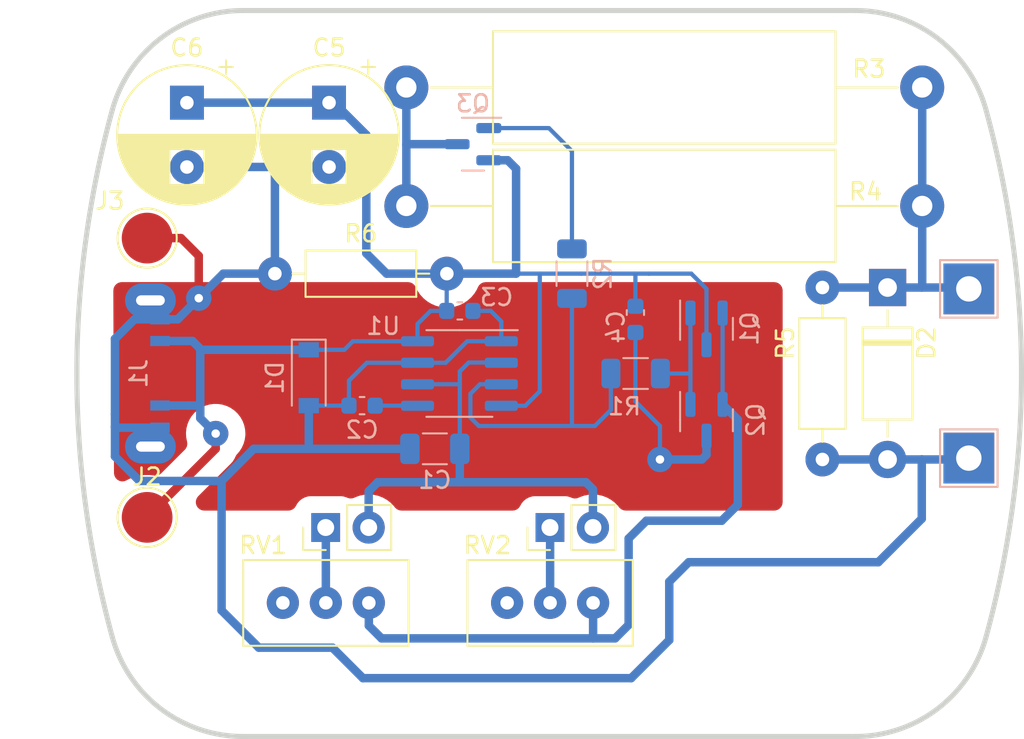
<source format=kicad_pcb>
(kicad_pcb (version 20211014) (generator pcbnew)
  (layers (0 "F.Cu" signal) (31 "B.Cu" signal) (34 "B.Paste" user) (35 "F.Paste" user) (36 "B.SilkS" user "B.Silkscreen") (37 "F.SilkS" user "F.Silkscreen") (38 "B.Mask" user) (39 "F.Mask" user) (44 "Edge.Cuts" user))
  (net 0 "")
  (net 1 "GND")
  (net 2 "Net-(C1-Pad2)")
  (net 3 "Net-(C2-Pad2)")
  (net 4 "+5V")
  (net 5 "Net-(D2-Pad1)")
  (net 6 "Net-(J6-Pad1)")
  (net 7 "Net-(J7-Pad1)")
  (net 8 "Net-(Q1-Pad1)")
  (net 9 "Net-(Q1-Pad2)")
  (net 10 "Net-(Q3-Pad1)")
  (net 11 "Net-(Q3-Pad3)")
  (net 12 "Net-(R1-Pad1)")
  (footprint "TestPoint:TestPoint_Pad_D3.0mm" (layer "F.Cu") (at 66.45 112.4)
    (fp_text reference "J2" (at 0 -2.398) (layer "F.SilkS"))
    (fp_text value "VCC")
    (pad "1" smd circle (at 0 0) (size 3 3) (layers "F.Cu" "F.Mask") (net 4 "+5V"))
  )
  (footprint "Potentiometer_THT:Potentiometer_Bourns_3296W_Vertical" (layer "F.Cu") (at 79.55 117.45)
    (fp_text reference "RV1" (at -6.25 -3.4) (layer "F.SilkS"))
    (fp_text value "2M")
    (pad "1" thru_hole circle (at 0 0) (size 1.9 1.9) (drill 0.8) (layers *.Cu *.Mask) (net 9 "Net-(Q1-Pad2)"))
    (pad "2" thru_hole circle (at -2.54 0) (size 1.9 1.9) (drill 0.8) (layers *.Cu *.Mask) (net 6 "Net-(J6-Pad1)"))
    (pad "3" thru_hole circle (at -5.08 0) (size 1.9 1.9) (drill 0.8) (layers *.Cu *.Mask))
  )
  (footprint "Resistor_THT:R_Axial_DIN0207_L6.3mm_D2.5mm_P10.16mm_Horizontal" (layer "F.Cu") (at 106.35 108.98 90)
    (fp_text reference "R5" (at 6.88 -2.2 90) (layer "F.SilkS"))
    (fp_text value "5k")
    (pad "1" thru_hole circle locked (at 0 0 90) (size 2 2) (drill 0.8) (layers *.Cu *.Mask) (net 1 "GND"))
    (pad "2" thru_hole circle locked (at 10.16 0 90) (size 2 2) (drill 0.8) (layers *.Cu *.Mask) (net 5 "Net-(D2-Pad1)"))
  )
  (footprint "Potentiometer_THT:Potentiometer_Bourns_3296W_Vertical" (layer "F.Cu") (at 92.8 117.45)
    (fp_text reference "RV2" (at -6.25 -3.4) (layer "F.SilkS"))
    (fp_text value "50k")
    (pad "1" thru_hole circle (at 0 0) (size 1.9 1.9) (drill 0.8) (layers *.Cu *.Mask) (net 9 "Net-(Q1-Pad2)"))
    (pad "2" thru_hole circle (at -2.54 0) (size 1.9 1.9) (drill 0.8) (layers *.Cu *.Mask) (net 7 "Net-(J7-Pad1)"))
    (pad "3" thru_hole circle (at -5.08 0) (size 1.9 1.9) (drill 0.8) (layers *.Cu *.Mask))
  )
  (footprint "TestPoint:TestPoint_Pad_D3.0mm" (layer "F.Cu") (at 66.45 95.9)
    (fp_text reference "J3" (at -2.2 -2.2) (layer "F.SilkS"))
    (fp_text value "GND")
    (pad "1" smd circle (at 0 0) (size 3 3) (layers "F.Cu" "F.Mask") (net 1 "GND"))
  )
  (footprint "Resistor_THT:R_Axial_Power_L20.0mm_W6.4mm_P30.48mm" (layer "F.Cu") (at 112.245 94 180)
    (fp_text reference "R4" (at 3.345 0.85) (layer "F.SilkS"))
    (fp_text value "5.1Ohm; 3W")
    (pad "1" thru_hole circle locked (at 0 0 180) (size 2.6 2.6) (drill 1.2) (layers *.Cu *.Mask) (net 5 "Net-(D2-Pad1)"))
    (pad "2" thru_hole circle locked (at 30.48 0 180) (size 2.6 2.6) (drill 1.2) (layers *.Cu *.Mask) (net 11 "Net-(Q3-Pad3)"))
  )
  (footprint "Resistor_THT:R_Axial_Power_L20.0mm_W6.4mm_P30.48mm" (layer "F.Cu") (at 112.245 87 180)
    (fp_text reference "R3" (at 3.145 1.1) (layer "F.SilkS"))
    (fp_text value "5.1Ohm; 3W")
    (pad "1" thru_hole circle locked (at 0 0 180) (size 2.6 2.6) (drill 1.2) (layers *.Cu *.Mask) (net 5 "Net-(D2-Pad1)"))
    (pad "2" thru_hole circle locked (at 30.48 0 180) (size 2.6 2.6) (drill 1.2) (layers *.Cu *.Mask) (net 11 "Net-(Q3-Pad3)"))
  )
  (footprint "Capacitor_THT:CP_Radial_D8.0mm_P3.80mm" (layer "F.Cu") (at 68.8 87.9 -90)
    (fp_text reference "C6" (at -3.25 0 180) (layer "F.SilkS"))
    (fp_text value "220u")
    (pad "1" thru_hole rect locked (at 0 0 270) (size 2 2) (drill 0.8) (layers *.Cu *.Mask) (net 4 "+5V"))
    (pad "2" thru_hole circle locked (at 3.8 0 270) (size 2 2) (drill 0.8) (layers *.Cu *.Mask) (net 1 "GND"))
  )
  (footprint "Resistor_THT:R_Axial_DIN0207_L6.3mm_D2.5mm_P10.16mm_Horizontal" (layer "F.Cu") (at 74 98)
    (fp_text reference "R6" (at 5.08 -2.37) (layer "F.SilkS"))
    (fp_text value "5k")
    (pad "1" thru_hole circle locked (at 0 0) (size 2 2) (drill 0.8) (layers *.Cu *.Mask) (net 1 "GND"))
    (pad "2" thru_hole circle locked (at 10.16 0) (size 2 2) (drill 0.8) (layers *.Cu *.Mask) (net 4 "+5V"))
  )
  (footprint "Connector_PinHeader_2.54mm:PinHeader_1x02_P2.54mm_Vertical" (layer "F.Cu") (at 90.25 113 90)
    (fp_text reference "J7" hide)
    (fp_text value "50k_tp")
    (pad "1" thru_hole rect (at 0 0 90) (size 1.7 1.7) (drill 1) (layers *.Cu *.Mask) (net 7 "Net-(J7-Pad1)"))
    (pad "2" thru_hole circle (at 0 2.54 90) (size 1.9 1.9) (drill 1) (layers *.Cu *.Mask) (net 2 "Net-(C1-Pad2)"))
  )
  (footprint "Diode_THT:D_DO-41_SOD81_P10.16mm_Horizontal" (layer "F.Cu") (at 110.2 98.82 -90)
    (fp_text reference "D2" (at 3.28 -2.3 90) (layer "F.SilkS"))
    (fp_text value "IN4007")
    (pad "1" thru_hole rect locked (at 0 0 270) (size 2.2 2.2) (drill 1.1) (layers *.Cu *.Mask) (net 5 "Net-(D2-Pad1)"))
    (pad "2" thru_hole oval locked (at 10.16 0 270) (size 2.2 2.2) (drill 1.1) (layers *.Cu *.Mask) (net 1 "GND"))
  )
  (footprint "Connector_PinHeader_2.54mm:PinHeader_1x02_P2.54mm_Vertical" (layer "F.Cu") (at 77 113 90)
    (fp_text reference "J6" hide)
    (fp_text value "2M_tp")
    (pad "1" thru_hole rect (at 0 0 90) (size 1.7 1.7) (drill 1) (layers *.Cu *.Mask) (net 6 "Net-(J6-Pad1)"))
    (pad "2" thru_hole circle (at 0 2.54 90) (size 1.9 1.9) (drill 1) (layers *.Cu *.Mask) (net 2 "Net-(C1-Pad2)"))
  )
  (footprint "Capacitor_THT:CP_Radial_D8.0mm_P3.80mm" (layer "F.Cu") (at 77.2 87.897349 -90)
    (fp_text reference "C5" (at -3.247349 0 180) (layer "F.SilkS"))
    (fp_text value "220u")
    (pad "1" thru_hole rect locked (at 0 0 270) (size 2 2) (drill 0.8) (layers *.Cu *.Mask) (net 4 "+5V"))
    (pad "2" thru_hole circle locked (at 3.8 0 270) (size 2 2) (drill 0.8) (layers *.Cu *.Mask) (net 1 "GND"))
  )
  (footprint "TestPoint:TestPoint_THTPad_3.0x3.0mm_Drill1.5mm" (layer "B.Cu") (at 115 98.9 180)
    (fp_text reference "J4" hide)
    (fp_text value "SIGNAL")
    (pad "1" thru_hole rect locked (at 0 0 180) (size 3 3) (drill 1.5) (layers *.Cu *.Mask) (net 5 "Net-(D2-Pad1)"))
  )
  (footprint "Capacitor_SMD:C_0603_1608Metric" (layer "B.Cu") (at 84.925 100.2 180)
    (fp_text reference "C3" (at -2.175 0.8) (layer "B.SilkS") (effects (justify mirror)))
    (fp_text value "0.1u")
    (pad "1" smd roundrect (at -0.775 0 180) (size 0.9 0.95) (layers "B.Cu" "B.Paste" "B.Mask") (net 1 "GND"))
    (pad "2" smd roundrect (at 0.775 0 180) (size 0.9 0.95) (layers "B.Cu" "B.Paste" "B.Mask") (net 4 "+5V"))
  )
  (footprint "Diode_SMD:D_SOD-123" (layer "B.Cu") (at 76 104.15 -90)
    (fp_text reference "D1" (at 0 2 90) (layer "B.SilkS") (effects (justify mirror)))
    (fp_text value "5.1")
    (pad "1" smd rect locked (at -1.65 0 270) (size 0.9 1.2) (layers "B.Cu" "B.Paste" "B.Mask") (net 4 "+5V"))
    (pad "2" smd rect locked (at 1.65 0 270) (size 0.9 1.2) (layers "B.Cu" "B.Paste" "B.Mask") (net 1 "GND"))
  )
  (footprint "Package_TO_SOT_SMD:SOT-23" (layer "B.Cu") (at 99.5 106.6625 -90)
    (fp_text reference "Q2" (at -0.0125 -2.9 90) (layer "B.SilkS") (effects (justify mirror)))
    (fp_text value "S8550")
    (pad "1" smd roundrect locked (at -0.9375 0.95 270) (size 1.475 0.6) (layers "B.Cu" "B.Paste" "B.Mask") (net 8 "Net-(Q1-Pad1)"))
    (pad "2" smd roundrect locked (at -0.9375 -0.95 270) (size 1.475 0.6) (layers "B.Cu" "B.Paste" "B.Mask") (net 9 "Net-(Q1-Pad2)"))
    (pad "3" smd roundrect locked (at 0.9375 0 270) (size 1.475 0.6) (layers "B.Cu" "B.Paste" "B.Mask") (net 1 "GND"))
  )
  (footprint "Capacitor_SMD:C_1206_3216Metric" (layer "B.Cu") (at 83.45 108.35)
    (fp_text reference "C1" (at 0 1.85) (layer "B.SilkS") (effects (justify mirror)))
    (fp_text value "68n")
    (pad "1" smd roundrect locked (at -1.475 0) (size 1.15 1.8) (layers "B.Cu" "B.Paste" "B.Mask") (roundrect_rratio 0.2173913043) (net 1 "GND"))
    (pad "2" smd roundrect locked (at 1.475 0) (size 1.15 1.8) (layers "B.Cu" "B.Paste" "B.Mask") (roundrect_rratio 0.2173913043) (net 2 "Net-(C1-Pad2)"))
  )
  (footprint "Connector_USB:USB_C_Receptacle_XKB_U262-16XN-4BVC11" (layer "B.Cu") (at 63.54 103.9 90)
    (fp_text reference "J1" (at 0 2.41 270) (layer "B.SilkS") (effects (justify mirror)))
    (fp_text value "USB_C_Receptacle_USB2.0")
    (pad "A1" smd rect (at 3.2 3.67 90) (size 0.6 1.15) (layers "B.Cu" "B.Paste" "B.Mask") (net 1 "GND"))
    (pad "A1" smd rect (at -3.2 3.67 90) (size 0.6 1.15) (layers "B.Cu" "B.Paste" "B.Mask") (net 1 "GND"))
    (pad "A4" smd rect (at 1.92 3.67 90) (size 0.6 1.15) (layers "B.Cu" "B.Paste" "B.Mask") (net 4 "+5V"))
    (pad "A4" smd rect (at -1.89 3.67 90) (size 0.6 1.15) (layers "B.Cu" "B.Paste" "B.Mask") (net 4 "+5V"))
    (pad "S1" thru_hole oval (at -4.32 3.105 90) (size 2 3) (drill oval 0.6 1.7) (layers *.Cu *.Mask) (net 1 "GND"))
    (pad "S1" thru_hole oval (at 4.32 3.105 90) (size 2 3) (drill oval 0.6 1.7) (layers *.Cu *.Mask) (net 1 "GND"))
  )
  (footprint "TestPoint:TestPoint_THTPad_3.0x3.0mm_Drill1.5mm" (layer "B.Cu") (at 115 108.9 180)
    (fp_text reference "J5" hide)
    (fp_text value "GND")
    (pad "1" thru_hole rect locked (at 0 0 180) (size 3 3) (drill 1.5) (layers *.Cu *.Mask) (net 1 "GND"))
  )
  (footprint "Package_SO:SOIC-8_3.9x4.9mm_P1.27mm" (layer "B.Cu") (at 84.9 103.9 180)
    (fp_text reference "U1" (at 4.5 2.8 180) (layer "B.SilkS") (effects (justify mirror)))
    (fp_text value "LMC555")
    (pad "1" smd roundrect (at -2.475 1.905 180) (size 1.95 0.6) (layers "B.Cu" "B.Paste" "B.Mask") (net 1 "GND"))
    (pad "2" smd roundrect (at -2.475 0.635 180) (size 1.95 0.6) (layers "B.Cu" "B.Paste" "B.Mask") (net 2 "Net-(C1-Pad2)"))
    (pad "3" smd roundrect (at -2.475 -0.635 180) (size 1.95 0.6) (layers "B.Cu" "B.Paste" "B.Mask") (net 12 "Net-(R1-Pad1)"))
    (pad "4" smd roundrect (at -2.475 -1.905 180) (size 1.95 0.6) (layers "B.Cu" "B.Paste" "B.Mask") (net 4 "+5V"))
    (pad "5" smd roundrect (at 2.475 -1.905 180) (size 1.95 0.6) (layers "B.Cu" "B.Paste" "B.Mask") (net 3 "Net-(C2-Pad2)"))
    (pad "6" smd roundrect (at 2.475 -0.635 180) (size 1.95 0.6) (layers "B.Cu" "B.Paste" "B.Mask") (net 2 "Net-(C1-Pad2)"))
    (pad "7" smd roundrect (at 2.475 0.635 180) (size 1.95 0.6) (layers "B.Cu" "B.Paste" "B.Mask") (net 1 "GND"))
    (pad "8" smd roundrect (at 2.475 1.905 180) (size 1.95 0.6) (layers "B.Cu" "B.Paste" "B.Mask") (net 4 "+5V"))
  )
  (footprint "Package_TO_SOT_SMD:SOT-23" (layer "B.Cu") (at 99.5 101.2625 -90)
    (fp_text reference "Q1" (at -0.0125 -2.55 90) (layer "B.SilkS") (effects (justify mirror)))
    (fp_text value "S8050")
    (pad "1" smd roundrect locked (at -0.9375 0.95 270) (size 1.475 0.6) (layers "B.Cu" "B.Paste" "B.Mask") (net 8 "Net-(Q1-Pad1)"))
    (pad "2" smd roundrect locked (at -0.9375 -0.95 270) (size 1.475 0.6) (layers "B.Cu" "B.Paste" "B.Mask") (net 9 "Net-(Q1-Pad2)"))
    (pad "3" smd roundrect locked (at 0.9375 0 270) (size 1.475 0.6) (layers "B.Cu" "B.Paste" "B.Mask") (net 4 "+5V"))
  )
  (footprint "Capacitor_SMD:C_0603_1608Metric" (layer "B.Cu") (at 95.3 100.3 90)
    (fp_text reference "C4" (at -0.85 -1.15 90) (layer "B.SilkS") (effects (justify mirror)))
    (fp_text value "0.1u")
    (pad "1" smd roundrect locked (at -1.175 0 90) (size 0.9 0.95) (layers "B.Cu" "B.Paste" "B.Mask") (net 1 "GND"))
    (pad "2" smd roundrect locked (at 0.375 0 90) (size 0.9 0.95) (layers "B.Cu" "B.Paste" "B.Mask") (net 4 "+5V"))
  )
  (footprint "Package_TO_SOT_SMD:SOT-23" (layer "B.Cu") (at 85.7 90.35 180)
    (fp_text reference "Q3" (at 0 2.4) (layer "B.SilkS") (effects (justify mirror)))
    (fp_text value "AO3401A")
    (pad "1" smd roundrect locked (at -0.9375 0.95 180) (size 1.475 0.6) (layers "B.Cu" "B.Paste" "B.Mask") (net 10 "Net-(Q3-Pad1)"))
    (pad "2" smd roundrect locked (at -0.9375 -0.95 180) (size 1.475 0.6) (layers "B.Cu" "B.Paste" "B.Mask") (net 4 "+5V"))
    (pad "3" smd roundrect locked (at 0.9375 0 180) (size 1.475 0.6) (layers "B.Cu" "B.Paste" "B.Mask") (net 11 "Net-(Q3-Pad3)"))
  )
  (footprint "Capacitor_SMD:C_0603_1608Metric" (layer "B.Cu") (at 79.15 105.8)
    (fp_text reference "C2" (at 0 1.43) (layer "B.SilkS") (effects (justify mirror)))
    (fp_text value "0.01u")
    (pad "1" smd roundrect locked (at -0.775 0) (size 0.9 0.95) (layers "B.Cu" "B.Paste" "B.Mask") (net 1 "GND"))
    (pad "2" smd roundrect locked (at 0.775 0) (size 0.9 0.95) (layers "B.Cu" "B.Paste" "B.Mask") (net 3 "Net-(C2-Pad2)"))
  )
  (footprint "Resistor_SMD:R_1206_3216Metric" (layer "B.Cu") (at 91.55 98 90)
    (fp_text reference "R2" (at 0 1.82 90) (layer "B.SilkS") (effects (justify mirror)))
    (fp_text value "50")
    (pad "1" smd roundrect locked (at -1.4625 0 90) (size 1.125 1.75) (layers "B.Cu" "B.Paste" "B.Mask") (roundrect_rratio 0.2222222222) (net 12 "Net-(R1-Pad1)"))
    (pad "2" smd roundrect locked (at 1.4625 0 90) (size 1.125 1.75) (layers "B.Cu" "B.Paste" "B.Mask") (roundrect_rratio 0.2222222222) (net 10 "Net-(Q3-Pad1)"))
  )
  (footprint "Resistor_SMD:R_1206_3216Metric" (layer "B.Cu") (at 95.3125 103.9)
    (fp_text reference "R1" (at -0.6625 1.95) (layer "B.SilkS") (effects (justify mirror)))
    (fp_text value "80")
    (pad "1" smd roundrect locked (at -1.4625 0) (size 1.125 1.75) (layers "B.Cu" "B.Paste" "B.Mask") (roundrect_rratio 0.2222222222) (net 12 "Net-(R1-Pad1)"))
    (pad "2" smd roundrect locked (at 1.4625 0) (size 1.125 1.75) (layers "B.Cu" "B.Paste" "B.Mask") (roundrect_rratio 0.2222222222) (net 8 "Net-(Q1-Pad1)"))
  )
  (gr_arc (start 108.303586 82.454362) (mid 113.157615 84.095653) (end 116.020556 88.345242) (layer "Edge.Cuts") (width 0.3))
  (gr_arc (start 116.020556 88.345242) (mid 118.109821 103.9) (end 116.020556 119.454758) (layer "Edge.Cuts") (width 0.3))
  (gr_line (start 108.303586 125.345638) (end 72.104322 125.345638) (layer "Edge.Cuts") (width 0.3))
  (gr_arc (start 64.387352 88.345242) (mid 67.250293 84.095653) (end 72.104322 82.454362) (layer "Edge.Cuts") (width 0.3))
  (gr_arc (start 72.104322 125.345638) (mid 67.250293 123.704347) (end 64.387352 119.454758) (layer "Edge.Cuts") (width 0.3))
  (gr_arc (start 64.387352 119.454758) (mid 62.298087 103.9) (end 64.387352 88.345242) (layer "Edge.Cuts") (width 0.3))
  (gr_arc (start 116.020556 119.454758) (mid 113.157615 123.704347) (end 108.303586 125.345638) (layer "Edge.Cuts") (width 0.3))
  (gr_line (start 108.303586 82.454362) (end 72.104322 82.454362) (layer "Edge.Cuts") (width 0.3))
  (segment (start 68.45 95.9) (end 66.45 95.9) (width 0.5) (layer "F.Cu") (net 1))
  (segment (start 69.5 99.45) (end 69.5 96.95) (width 0.5) (layer "F.Cu") (net 1))
  (segment (start 69.5 96.95) (end 68.45 95.9) (width 0.5) (layer "F.Cu") (net 1))
  (via (at 96.75 108.98) (size 1.5) (drill 0.5) (layers "F.Cu" "B.Cu") (net 1))
  (via (at 69.5 99.45) (size 1.5) (drill 0.5) (layers "F.Cu" "B.Cu") (net 1))
  (segment (start 72.75 108.35) (end 70.85 110.25) (width 0.5) (layer "B.Cu") (net 1))
  (segment (start 64.55 108.8) (end 64.55 107.05) (width 0.5) (layer "B.Cu") (net 1))
  (segment (start 87.375 100.825) (end 87.375 101.995) (width 0.25) (layer "B.Cu") (net 1))
  (segment (start 85.7 100.2) (end 86.75 100.2) (width 0.25) (layer "B.Cu") (net 1))
  (segment (start 77.2 91.697349) (end 74.002651 91.697349) (width 0.5) (layer "B.Cu") (net 1))
  (segment (start 77.4 120.1) (end 73.05 120.1) (width 0.5) (layer "B.Cu") (net 1))
  (segment (start 114.92 108.98) (end 115 108.9) (width 0.5) (layer "B.Cu") (net 1))
  (segment (start 112.22 108.98) (end 112.22 112.48) (width 0.5) (layer "B.Cu") (net 1))
  (segment (start 67.21 107.655) (end 66.645 108.22) (width 0.5) (layer "B.Cu") (net 1))
  (segment (start 67.21 107.1) (end 67.21 107.655) (width 0.5) (layer "B.Cu") (net 1))
  (segment (start 97.3 119.65) (end 95.05 121.9) (width 0.5) (layer "B.Cu") (net 1))
  (segment (start 96.75 107) (end 96.75 108.98) (width 0.25) (layer "B.Cu") (net 1))
  (segment (start 67.21 100.7) (end 68.25 100.7) (width 0.5) (layer "B.Cu") (net 1))
  (segment (start 68.25 100.7) (end 69.5 99.45) (width 0.5) (layer "B.Cu") (net 1))
  (segment (start 112.22 112.48) (end 109.65 115.05) (width 0.5) (layer "B.Cu") (net 1))
  (segment (start 64.6 107.1) (end 64.55 107.05) (width 0.5) (layer "B.Cu") (net 1))
  (segment (start 70.95 98) (end 74 98) (width 0.5) (layer "B.Cu") (net 1))
  (segment (start 66 110.25) (end 64.55 108.8) (width 0.5) (layer "B.Cu") (net 1))
  (segment (start 67.21 107.1) (end 64.6 107.1) (width 0.5) (layer "B.Cu") (net 1))
  (segment (start 106.35 108.98) (end 110.2 108.98) (width 0.5) (layer "B.Cu") (net 1))
  (segment (start 69.5 99.45) (end 70.95 98) (width 0.5) (layer "B.Cu") (net 1))
  (segment (start 95.05 121.9) (end 79.2 121.9) (width 0.5) (layer "B.Cu") (net 1))
  (segment (start 110.2 108.98) (end 112.22 108.98) (width 0.5) (layer "B.Cu") (net 1))
  (segment (start 67.21 100.7) (end 65.7 100.7) (width 0.5) (layer "B.Cu") (net 1))
  (segment (start 78.375 104.325) (end 78.375 105.8) (width 0.25) (layer "B.Cu") (net 1))
  (segment (start 74 98) (end 74 91.7) (width 0.5) (layer "B.Cu") (net 1))
  (segment (start 109.65 115.05) (end 98.45 115.05) (width 0.5) (layer "B.Cu") (net 1))
  (segment (start 70.85 110.25) (end 66 110.25) (width 0.5) (layer "B.Cu") (net 1))
  (segment (start 99.5 107.6) (end 99.5 108.7) (width 0.5) (layer "B.Cu") (net 1))
  (segment (start 76 107.15) (end 76 108.35) (width 0.5) (layer "B.Cu") (net 1))
  (segment (start 76 107.15) (end 76 105.8) (width 0.5) (layer "B.Cu") (net 1))
  (segment (start 98.45 115.05) (end 97.3 116.2) (width 0.5) (layer "B.Cu") (net 1))
  (segment (start 82.425 103.265) (end 84.085 103.265) (width 0.25) (layer "B.Cu") (net 1))
  (segment (start 95.3 101.475) (end 95.3 105.55) (width 0.25) (layer "B.Cu") (net 1))
  (segment (start 64.55 107.05) (end 64.55 106.3) (width 0.5) (layer "B.Cu") (net 1))
  (segment (start 78.375 105.8) (end 76 105.8) (width 0.25) (layer "B.Cu") (net 1))
  (segment (start 79.435 103.265) (end 78.375 104.325) (width 0.25) (layer "B.Cu") (net 1))
  (segment (start 74.002651 91.697349) (end 68.802651 91.697349) (width 0.5) (layer "B.Cu") (net 1))
  (segment (start 99.5 108.7) (end 99.22 108.98) (width 0.5) (layer "B.Cu") (net 1))
  (segment (start 85.355 101.995) (end 87.375 101.995) (width 0.25) (layer "B.Cu") (net 1))
  (segment (start 70.85 117.9) (end 70.85 110.25) (width 0.5) (layer "B.Cu") (net 1))
  (segment (start 67.21 100.145) (end 66.645 99.58) (width 0.5) (layer "B.Cu") (net 1))
  (segment (start 97.3 116.2) (end 97.3 119.65) (width 0.5) (layer "B.Cu") (net 1))
  (segment (start 65.7 100.7) (end 64.55 101.85) (width 0.5) (layer "B.Cu") (net 1))
  (segment (start 67.21 100.7) (end 67.21 100.145) (width 0.5) (layer "B.Cu") (net 1))
  (segment (start 95.3 105.55) (end 96.75 107) (width 0.25) (layer "B.Cu") (net 1))
  (segment (start 86.75 100.2) (end 87.375 100.825) (width 0.25) (layer "B.Cu") (net 1))
  (segment (start 81.975 108.35) (end 76 108.35) (width 0.5) (layer "B.Cu") (net 1))
  (segment (start 82.425 103.265) (end 79.435 103.265) (width 0.25) (layer "B.Cu") (net 1))
  (segment (start 64.55 101.85) (end 64.55 106.3) (width 0.5) (layer "B.Cu") (net 1))
  (segment (start 73.05 120.1) (end 70.85 117.9) (width 0.5) (layer "B.Cu") (net 1))
  (segment (start 84.085 103.265) (end 85.355 101.995) (width 0.25) (layer "B.Cu") (net 1))
  (segment (start 76 108.35) (end 72.75 108.35) (width 0.5) (layer "B.Cu") (net 1))
  (segment (start 99.22 108.98) (end 96.75 108.98) (width 0.5) (layer "B.Cu") (net 1))
  (segment (start 68.802651 91.697349) (end 68.8 91.7) (width 0.25) (layer "B.Cu") (net 1))
  (segment (start 112.22 108.98) (end 114.92 108.98) (width 0.5) (layer "B.Cu") (net 1))
  (segment (start 79.2 121.9) (end 77.4 120.1) (width 0.5) (layer "B.Cu") (net 1))
  (segment (start 84.925 110.325) (end 92.375 110.325) (width 0.5) (layer "B.Cu") (net 2))
  (segment (start 84.925 108.35) (end 84.925 110.325) (width 0.5) (layer "B.Cu") (net 2))
  (segment (start 85.45 103.25) (end 84.925 103.775) (width 0.25) (layer "B.Cu") (net 2))
  (segment (start 79.54 110.86) (end 79.54 113) (width 0.5) (layer "B.Cu") (net 2))
  (segment (start 84.925 104.525) (end 84.925 108.35) (width 0.25) (layer "B.Cu") (net 2))
  (segment (start 82.425 104.535) (end 84.915 104.535) (width 0.25) (layer "B.Cu") (net 2))
  (segment (start 92.79 110.74) (end 92.79 113) (width 0.5) (layer "B.Cu") (net 2))
  (segment (start 87.375 103.265) (end 87.36 103.25) (width 0.25) (layer "B.Cu") (net 2))
  (segment (start 80.075 110.325) (end 79.54 110.86) (width 0.5) (layer "B.Cu") (net 2))
  (segment (start 87.36 103.25) (end 85.45 103.25) (width 0.25) (layer "B.Cu") (net 2))
  (segment (start 92.375 110.325) (end 92.79 110.74) (width 0.5) (layer "B.Cu") (net 2))
  (segment (start 84.925 103.775) (end 84.925 104.525) (width 0.25) (layer "B.Cu") (net 2))
  (segment (start 84.925 110.325) (end 80.075 110.325) (width 0.5) (layer "B.Cu") (net 2))
  (segment (start 82.42 105.8) (end 82.425 105.805) (width 0.25) (layer "B.Cu") (net 3))
  (segment (start 79.925 105.8) (end 82.42 105.8) (width 0.25) (layer "B.Cu") (net 3))
  (segment (start 70.5 108.35) (end 66.45 112.4) (width 0.5) (layer "F.Cu") (net 4))
  (segment (start 70.5 107.45) (end 70.5 108.35) (width 0.5) (layer "F.Cu") (net 4))
  (via (at 70.5 107.45) (size 1.5) (drill 0.5) (layers "F.Cu" "B.Cu") (net 4))
  (segment (start 82.425 100.975) (end 82.425 101.995) (width 0.25) (layer "B.Cu") (net 4))
  (segment (start 79.4 89.8) (end 79.4 96.8) (width 0.5) (layer "B.Cu") (net 4))
  (segment (start 69.13 101.98) (end 67.21 101.98) (width 0.5) (layer "B.Cu") (net 4))
  (segment (start 68.91 105.79) (end 67.21 105.79) (width 0.5) (layer "B.Cu") (net 4))
  (segment (start 69.59 106.54) (end 70.5 107.45) (width 0.5) (layer "B.Cu") (net 4))
  (segment (start 79.4 96.8) (end 80.6 98) (width 0.5) (layer "B.Cu") (net 4))
  (segment (start 98.6 98) (end 99.5 98.9) (width 0.25) (layer "B.Cu") (net 4))
  (segment (start 92.1 98) (end 95.3 98) (width 0.25) (layer "B.Cu") (net 4))
  (segment (start 95.3 98) (end 95.3 99.925) (width 0.25) (layer "B.Cu") (net 4))
  (segment (start 78.605 101.995) (end 78.1 102.5) (width 0.25) (layer "B.Cu") (net 4))
  (segment (start 68.802651 87.897349) (end 68.8 87.9) (width 0.25) (layer "B.Cu") (net 4))
  (segment (start 69.59 105.79) (end 68.91 105.79) (width 0.5) (layer "B.Cu") (net 4))
  (segment (start 84.15 98.01) (end 84.16 98) (width 0.25) (layer "B.Cu") (net 4))
  (segment (start 69.59 105.79) (end 69.59 102.56) (width 0.5) (layer "B.Cu") (net 4))
  (segment (start 89.65 104.95) (end 89.65 98) (width 0.25) (layer "B.Cu") (net 4))
  (segment (start 87.375 105.805) (end 88.795 105.805) (width 0.25) (layer "B.Cu") (net 4))
  (segment (start 87.75 91.3) (end 88.25 91.8) (width 0.5) (layer "B.Cu") (net 4))
  (segment (start 69.59 105.79) (end 69.59 106.54) (width 0.5) (layer "B.Cu") (net 4))
  (segment (start 86.6375 91.3) (end 87.75 91.3) (width 0.5) (layer "B.Cu") (net 4))
  (segment (start 69.65 102.5) (end 69.13 101.98) (width 0.5) (layer "B.Cu") (net 4))
  (segment (start 69.59 102.56) (end 69.65 102.5) (width 0.5) (layer "B.Cu") (net 4))
  (segment (start 77.497349 87.897349) (end 77.2 87.897349) (width 0.25) (layer "B.Cu") (net 4))
  (segment (start 82.425 101.995) (end 78.605 101.995) (width 0.25) (layer "B.Cu") (net 4))
  (segment (start 96.1 98) (end 98.6 98) (width 0.25) (layer "B.Cu") (net 4))
  (segment (start 77.497349 87.897349) (end 79.4 89.8) (width 0.5) (layer "B.Cu") (net 4))
  (segment (start 89.65 98) (end 92.1 98) (width 0.25) (layer "B.Cu") (net 4))
  (segment (start 69.65 102.5) (end 76 102.5) (width 0.5) (layer "B.Cu") (net 4))
  (segment (start 88.25 98) (end 84.16 98) (width 0.5) (layer "B.Cu") (net 4))
  (segment (start 88.25 91.8) (end 88.25 98) (width 0.5) (layer "B.Cu") (net 4))
  (segment (start 77.2 87.897349) (end 68.802651 87.897349) (width 0.5) (layer "B.Cu") (net 4))
  (segment (start 95.3 98) (end 96.1 98) (width 0.25) (layer "B.Cu") (net 4))
  (segment (start 84.15 100.2) (end 83.2 100.2) (width 0.25) (layer "B.Cu") (net 4))
  (segment (start 84.15 100.2) (end 84.15 98.01) (width 0.25) (layer "B.Cu") (net 4))
  (segment (start 88.25 98) (end 89.65 98) (width 0.25) (layer "B.Cu") (net 4))
  (segment (start 78.1 102.5) (end 76 102.5) (width 0.25) (layer "B.Cu") (net 4))
  (segment (start 80.6 98) (end 84.16 98) (width 0.5) (layer "B.Cu") (net 4))
  (segment (start 99.5 102.2) (end 99.5 98.9) (width 0.25) (layer "B.Cu") (net 4))
  (segment (start 88.795 105.805) (end 89.65 104.95) (width 0.25) (layer "B.Cu") (net 4))
  (segment (start 83.2 100.2) (end 82.425 100.975) (width 0.25) (layer "B.Cu") (net 4))
  (segment (start 112.245 94) (end 112.245 98.795) (width 0.5) (layer "B.Cu") (net 5))
  (segment (start 110.2 98.82) (end 112.22 98.82) (width 0.5) (layer "B.Cu") (net 5))
  (segment (start 106.35 98.82) (end 110.2 98.82) (width 0.5) (layer "B.Cu") (net 5))
  (segment (start 112.22 98.82) (end 114.92 98.82) (width 0.5) (layer "B.Cu") (net 5))
  (segment (start 112.245 94) (end 112.245 87) (width 0.5) (layer "B.Cu") (net 5))
  (segment (start 114.92 98.82) (end 115 98.9) (width 0.5) (layer "B.Cu") (net 5))
  (segment (start 77.01 117.45) (end 77.01 113.01) (width 0.5) (layer "B.Cu") (net 6))
  (segment (start 77.01 113.01) (end 77 113) (width 0.5) (layer "B.Cu") (net 6))
  (segment (start 90.26 113.01) (end 90.25 113) (width 0.5) (layer "B.Cu") (net 7))
  (segment (start 90.26 117.45) (end 90.26 113.01) (width 0.5) (layer "B.Cu") (net 7))
  (segment (start 96.775 103.9) (end 98.55 103.9) (width 0.25) (layer "B.Cu") (net 8))
  (segment (start 98.55 103.9) (end 98.55 105.725) (width 0.25) (layer "B.Cu") (net 8))
  (segment (start 98.55 100.325) (end 98.55 103.9) (width 0.25) (layer "B.Cu") (net 8))
  (segment (start 94.9 118.75) (end 94.1 119.55) (width 0.5) (layer "B.Cu") (net 9))
  (segment (start 79.55 118.8) (end 80.3 119.55) (width 0.5) (layer "B.Cu") (net 9))
  (segment (start 100.45 105.725) (end 101.35 106.625) (width 0.5) (layer "B.Cu") (net 9))
  (segment (start 92.8 117.45) (end 92.8 119.55) (width 0.5) (layer "B.Cu") (net 9))
  (segment (start 100.4 112.6) (end 95.95 112.6) (width 0.5) (layer "B.Cu") (net 9))
  (segment (start 101.35 111.65) (end 100.4 112.6) (width 0.5) (layer "B.Cu") (net 9))
  (segment (start 94.1 119.55) (end 92.8 119.55) (width 0.5) (layer "B.Cu") (net 9))
  (segment (start 95.95 112.6) (end 94.9 113.65) (width 0.5) (layer "B.Cu") (net 9))
  (segment (start 80.3 119.55) (end 92.8 119.55) (width 0.5) (layer "B.Cu") (net 9))
  (segment (start 79.55 117.45) (end 79.55 118.8) (width 0.5) (layer "B.Cu") (net 9))
  (segment (start 101.35 106.625) (end 101.35 111.65) (width 0.5) (layer "B.Cu") (net 9))
  (segment (start 100.45 105.725) (end 100.45 100.325) (width 0.25) (layer "B.Cu") (net 9))
  (segment (start 94.9 113.65) (end 94.9 118.75) (width 0.5) (layer "B.Cu") (net 9))
  (segment (start 90.1875 89.4) (end 91.55 90.7625) (width 0.25) (layer "B.Cu") (net 10))
  (segment (start 86.6375 89.4) (end 90.1875 89.4) (width 0.25) (layer "B.Cu") (net 10))
  (segment (start 91.55 96.5375) (end 91.55 90.7625) (width 0.25) (layer "B.Cu") (net 10))
  (segment (start 81.765 90.385) (end 81.765 87) (width 0.5) (layer "B.Cu") (net 11))
  (segment (start 84.7625 90.35) (end 81.8 90.35) (width 0.5) (layer "B.Cu") (net 11))
  (segment (start 81.765 94) (end 81.765 90.385) (width 0.5) (layer "B.Cu") (net 11))
  (segment (start 85.55 106.5) (end 86.05 107) (width 0.25) (layer "B.Cu") (net 12))
  (segment (start 92.9 107) (end 93.85 106.05) (width 0.25) (layer "B.Cu") (net 12))
  (segment (start 86.05 107) (end 91.55 107) (width 0.25) (layer "B.Cu") (net 12))
  (segment (start 93.85 106.05) (end 93.85 103.9) (width 0.25) (layer "B.Cu") (net 12))
  (segment (start 85.55 105.1) (end 85.55 106.5) (width 0.25) (layer "B.Cu") (net 12))
  (segment (start 86.115 104.535) (end 85.55 105.1) (width 0.25) (layer "B.Cu") (net 12))
  (segment (start 87.375 104.535) (end 86.115 104.535) (width 0.25) (layer "B.Cu") (net 12))
  (segment (start 91.55 107) (end 91.55 99.4625) (width 0.25) (layer "B.Cu") (net 12))
  (segment (start 91.55 107) (end 92.9 107) (width 0.25) (layer "B.Cu") (net 12))
  (zone (net 1) (net_name "GND") (layer "F.Cu") (connect_pads yes (clearance 1)) (min_thickness 1) (fill yes (thermal_gap 1) (thermal_bridge_width 1))
    (polygon (pts (xy 104 102) (xy 104 112) (xy 64.5 112) (xy 64.45 98.5) (xy 104 98.5)))
  )
)
</source>
